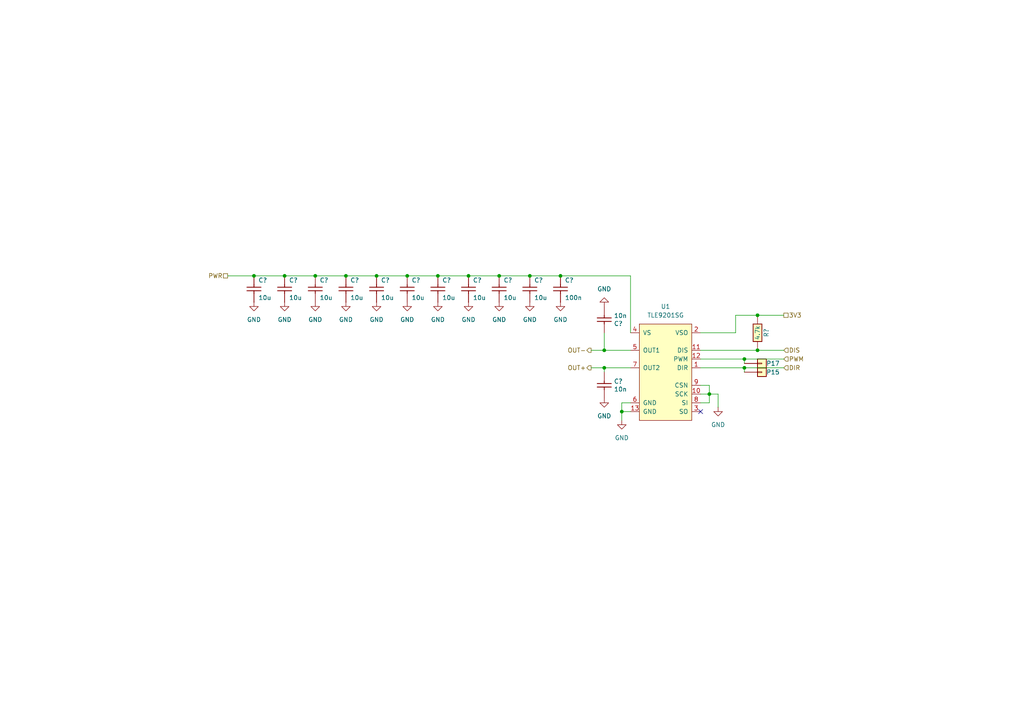
<source format=kicad_sch>
(kicad_sch (version 20231120) (generator "eeschema") (generator_version "8.0")
  (paper "A4")
  (title_block (title "UAEFI") (date "2024-08-15") (rev "D") (company "rusEFI.com"))
  (lib_symbols
    (symbol "GND_2" (power) (pin_numbers hide) (pin_names (offset 0) hide)
      (property "Value" "GND" (at 0 -3.81 0))
      (symbol "GND_2_0_1"
        (polyline (pts (xy 0 0) (xy 0 -1.27) (xy 1.27 -1.27) (xy 0 -2.54) (xy -1.27 -1.27) (xy 0 -1.27)))
      )
      (symbol "GND_2_1_1"
        (pin power_in line (at 0 0 270) (length 0) (name "~") (number "1"))
      )
    )
    (symbol "chips:TLE9201SG" (pin_names (offset 1.016))
      (property "Reference" "U" (at -1.27 3.81 0))
      (property "Value" "TLE9201SG" (at 2.54 1.27 0))
      (symbol "TLE9201SG_0_1"
        (rectangle (start -2.54 0) (end 12.7 -27.94) (fill (type background)))
      )
      (symbol "TLE9201SG_1_1"
        (pin passive line (at -5.08 -12.7 0) (length 2.54) (name "DIR") (number "1"))
        (pin passive line (at -5.08 -20.32 0) (length 2.54) (name "SCK") (number "10"))
        (pin passive line (at -5.08 -7.62 0) (length 2.54) (name "DIS") (number "11"))
        (pin passive line (at -5.08 -10.16 0) (length 2.54) (name "PWM") (number "12"))
        (pin passive line (at 15.24 -25.4 180) (length 2.54) (name "GND") (number "13"))
        (pin passive line (at -5.08 -2.54 0) (length 2.54) (name "VSO") (number "2"))
        (pin passive line (at -5.08 -25.4 0) (length 2.54) (name "SO") (number "3"))
        (pin passive line (at 15.24 -2.54 180) (length 2.54) (name "VS") (number "4"))
        (pin passive line (at 15.24 -7.62 180) (length 2.54) (name "OUT1") (number "5"))
        (pin passive line (at 15.24 -22.86 180) (length 2.54) (name "GND") (number "6"))
        (pin passive line (at 15.24 -12.7 180) (length 2.54) (name "OUT2") (number "7"))
        (pin passive line (at -5.08 -22.86 0) (length 2.54) (name "SI") (number "8"))
        (pin passive line (at -5.08 -17.78 0) (length 2.54) (name "CSN") (number "9"))
      )
    )
    (symbol "hellen-one-common:Cap" (pin_numbers hide)
      (property "Reference" "C" (at -3.81 2.54 0))
      (property "Value" "Cap" (at -2.54 -1.27 0))
      (symbol "Cap_1_0"
        (polyline (pts (xy -1.27 0) (xy -0.508 0)) (stroke (width 0.254)))
        (polyline (pts (xy -0.508 -2.032) (xy -0.508 2.032)) (stroke (width 0.254)))
        (polyline (pts (xy 0.508 2.032) (xy 0.508 -2.032)) (stroke (width 0.254)))
        (polyline (pts (xy 1.27 0) (xy 0.508 0)) (stroke (width 0.254)))
        (pin passive line (at -3.81 0 0) (length 2.54) (name "") (number "1"))
        (pin passive line (at 3.81 0 180) (length 2.54) (name "") (number "2"))
      )
    )
    (symbol "hellen-one-common:Pad" (pin_numbers hide) (pin_names (offset 1.016) hide)
      (property "Reference" "P" (at 2.54 0 0))
      (symbol "Pad_1_1"
        (rectangle (start -1.27 0.127) (end 0 -0.127) (stroke (width 0.1524)))
        (rectangle (start -1.27 1.27) (end 1.27 -1.27) (stroke (width 0.254)) (fill (type background)))
        (pin passive line (at -5.08 0 0) (length 3.81) (name "Pin_1") (number "1"))
      )
    )
    (symbol "hellen-one-common:Res" (pin_numbers hide)
      (property "Reference" "R" (at 3.81 2.54 0))
      (property "Value" "Res" (at 5.08 -2.54 0))
      (symbol "Res_1_0"
        (rectangle (start 2.54 -1.27) (end 7.62 1.27) (stroke (width 0.254)) (fill (type background)))
        (pin passive line (at 0 0 0) (length 2.54) (name "") (number "1"))
        (pin passive line (at 10.16 0 180) (length 2.54) (name "") (number "2"))
      )
    )
  )
  (junction (at 144.78 80.01))
  (junction (at 91.44 80.01))
  (junction (at 219.71 91.44))
  (junction (at 127 80.01))
  (junction (at 135.89 80.01))
  (junction (at 215.9 106.68))
  (junction (at 215.9 104.14))
  (junction (at 175.26 101.6))
  (junction (at 175.26 106.68))
  (junction (at 109.22 80.01))
  (junction (at 219.71 101.6))
  (junction (at 205.74 114.3))
  (junction (at 118.11 80.01))
  (junction (at 162.56 80.01))
  (junction (at 73.66 80.01))
  (junction (at 153.67 80.01))
  (junction (at 82.55 80.01))
  (junction (at 100.33 80.01))
  (junction (at 180.34 119.38))
  (no_connect (at 203.2 119.38))
  (wire (pts (xy 175.26 101.6) (xy 171.45 101.6)))
  (wire (pts (xy 203.2 111.76) (xy 205.74 111.76)))
  (wire (pts (xy 203.2 96.52) (xy 213.36 96.52)))
  (wire (pts (xy 205.74 116.84) (xy 205.74 114.3)))
  (wire (pts (xy 203.2 106.68) (xy 215.9 106.68)))
  (wire (pts (xy 153.67 80.01) (xy 162.56 80.01)))
  (wire (pts (xy 215.9 104.14) (xy 215.9 105.41)))
  (wire (pts (xy 203.2 101.6) (xy 219.71 101.6)))
  (wire (pts (xy 127 80.01) (xy 135.89 80.01)))
  (wire (pts (xy 180.34 119.38) (xy 182.88 119.38)))
  (wire (pts (xy 205.74 111.76) (xy 205.74 114.3)))
  (wire (pts (xy 203.2 104.14) (xy 215.9 104.14)))
  (wire (pts (xy 91.44 80.01) (xy 100.33 80.01)))
  (wire (pts (xy 203.2 116.84) (xy 205.74 116.84)))
  (wire (pts (xy 215.9 104.14) (xy 227.33 104.14)))
  (wire (pts (xy 180.34 116.84) (xy 182.88 116.84)))
  (wire (pts (xy 215.9 106.68) (xy 227.33 106.68)))
  (wire (pts (xy 180.34 119.38) (xy 180.34 116.84)))
  (wire (pts (xy 175.26 106.68) (xy 182.88 106.68)))
  (wire (pts (xy 208.28 118.11) (xy 208.28 114.3)))
  (wire (pts (xy 171.45 106.68) (xy 175.26 106.68)))
  (wire (pts (xy 182.88 101.6) (xy 175.26 101.6)))
  (wire (pts (xy 219.71 91.44) (xy 227.33 91.44)))
  (wire (pts (xy 144.78 80.01) (xy 153.67 80.01)))
  (wire (pts (xy 213.36 96.52) (xy 213.36 91.44)))
  (wire (pts (xy 203.2 114.3) (xy 205.74 114.3)))
  (wire (pts (xy 82.55 80.01) (xy 91.44 80.01)))
  (wire (pts (xy 109.22 80.01) (xy 118.11 80.01)))
  (wire (pts (xy 73.66 80.01) (xy 82.55 80.01)))
  (wire (pts (xy 118.11 80.01) (xy 127 80.01)))
  (wire (pts (xy 175.26 101.6) (xy 175.26 96.52)))
  (wire (pts (xy 180.34 121.92) (xy 180.34 119.38)))
  (wire (pts (xy 175.26 106.68) (xy 175.26 107.95)))
  (wire (pts (xy 135.89 80.01) (xy 144.78 80.01)))
  (wire (pts (xy 213.36 91.44) (xy 219.71 91.44)))
  (wire (pts (xy 66.04 80.01) (xy 73.66 80.01)))
  (wire (pts (xy 205.74 114.3) (xy 208.28 114.3)))
  (wire (pts (xy 219.71 101.6) (xy 227.33 101.6)))
  (wire (pts (xy 162.56 80.01) (xy 182.88 80.01)))
  (wire (pts (xy 182.88 80.01) (xy 182.88 96.52)))
  (wire (pts (xy 215.9 106.68) (xy 215.9 107.95)))
  (wire (pts (xy 100.33 80.01) (xy 109.22 80.01)))
  (hierarchical_label "3V3" (shape passive) (at 227.33 91.44 0))
  (hierarchical_label "OUT-" (shape output) (at 171.45 101.6 180))
  (hierarchical_label "DIS" (shape input) (at 227.33 101.6 0))
  (hierarchical_label "DIR" (shape input) (at 227.33 106.68 0))
  (hierarchical_label "PWM" (shape input) (at 227.33 104.14 0))
  (hierarchical_label "PWR" (shape passive) (at 66.04 80.01 180) (property "Netclass" "DC_Driver_PWR" (effects (hide yes))))
  (hierarchical_label "OUT+" (shape output) (at 171.45 106.68 180))
  (symbol (lib_id "hellen-one-common:Cap") (at 144.78 83.82 90) (unit 1)
    (property "Reference" "C?" (at 146.05 81.28 90) (effects (justify right)))
    (property "Value" "10u" (at 146.05 86.36 90) (effects (justify right)))
    (property "Footprint" "hellen-one-common:C0805" (effects (hide yes)))
    (property "LCSC" "C15850" (effects (hide yes)))
    (instances (project "hellen-112-17" (path "" (reference "C?") (unit 1))) (project "uaefi" (path "" (reference "C9") (unit 1)) (path "" (reference "C22") (unit 1))))
  )
  (symbol (lib_name "GND_2") (lib_id "power:GND") (at 208.28 118.11 0) (unit 1)
    (property "Reference" "#PWR079" (effects (hide yes)))
    (property "Value" "GND" (at 208.28 123.19 0))
    (property "Description" "Power symbol creates a global label with name \"GND\" , ground" (effects (hide yes)))
    (instances (project "MST-01A" (path "" (reference "#PWR079") (unit 1)) (path "" (reference "#PWR0130") (unit 1))))
  )
  (symbol (lib_name "GND_2") (lib_id "power:GND") (at 91.44 87.63 0) (unit 1)
    (property "Reference" "#PWR042" (effects (hide yes)))
    (property "Value" "GND" (at 91.44 92.71 0))
    (property "Description" "Power symbol creates a global label with name \"GND\" , ground" (effects (hide yes)))
    (instances (project "MST-01A" (path "" (reference "#PWR042") (unit 1)) (path "" (reference "#PWR0124") (unit 1))))
  )
  (symbol (lib_name "GND_2") (lib_id "power:GND") (at 162.56 87.63 0) (unit 1)
    (property "Reference" "#PWR065" (effects (hide yes)))
    (property "Value" "GND" (at 162.56 92.71 0))
    (property "Description" "Power symbol creates a global label with name \"GND\" , ground" (effects (hide yes)))
    (instances (project "MST-01A" (path "" (reference "#PWR065") (unit 1)) (path "" (reference "#PWR0134") (unit 1))))
  )
  (symbol (lib_name "GND_2") (lib_id "power:GND") (at 109.22 87.63 0) (unit 1)
    (property "Reference" "#PWR053" (effects (hide yes)))
    (property "Value" "GND" (at 109.22 92.71 0))
    (property "Description" "Power symbol creates a global label with name \"GND\" , ground" (effects (hide yes)))
    (instances (project "MST-01A" (path "" (reference "#PWR053") (unit 1)) (path "" (reference "#PWR0122") (unit 1))))
  )
  (symbol (lib_id "hellen-one-common:Cap") (at 118.11 83.82 90) (unit 1)
    (property "Reference" "C?" (at 119.38 81.28 90) (effects (justify right)))
    (property "Value" "10u" (at 119.38 86.36 90) (effects (justify right)))
    (property "Footprint" "hellen-one-common:C0805" (effects (hide yes)))
    (property "LCSC" "C15850" (effects (hide yes)))
    (instances (project "hellen-112-17" (path "" (reference "C?") (unit 1))) (project "uaefi" (path "" (reference "C6") (unit 1)) (path "" (reference "C19") (unit 1))))
  )
  (symbol (lib_name "GND_2") (lib_id "power:GND") (at 144.78 87.63 0) (unit 1)
    (property "Reference" "#PWR061" (effects (hide yes)))
    (property "Value" "GND" (at 144.78 92.71 0))
    (property "Description" "Power symbol creates a global label with name \"GND\" , ground" (effects (hide yes)))
    (instances (project "MST-01A" (path "" (reference "#PWR061") (unit 1)) (path "" (reference "#PWR0127") (unit 1))))
  )
  (symbol (lib_id "hellen-one-common:Cap") (at 109.22 83.82 90) (unit 1)
    (property "Reference" "C?" (at 110.49 81.28 90) (effects (justify right)))
    (property "Value" "10u" (at 110.49 86.36 90) (effects (justify right)))
    (property "Footprint" "hellen-one-common:C0805" (effects (hide yes)))
    (property "LCSC" "C15850" (effects (hide yes)))
    (instances (project "hellen-112-17" (path "" (reference "C?") (unit 1))) (project "uaefi" (path "" (reference "C5") (unit 1)) (path "" (reference "C18") (unit 1))))
  )
  (symbol (lib_name "GND_2") (lib_id "power:GND") (at 135.89 87.63 0) (unit 1)
    (property "Reference" "#PWR059" (effects (hide yes)))
    (property "Value" "GND" (at 135.89 92.71 0))
    (property "Description" "Power symbol creates a global label with name \"GND\" , ground" (effects (hide yes)))
    (instances (project "MST-01A" (path "" (reference "#PWR059") (unit 1)) (path "" (reference "#PWR0128") (unit 1))))
  )
  (symbol (lib_id "chips:TLE9201SG") (at 198.12 93.98 0) (mirror y) (unit 1)
    (property "Reference" "U1" (at 193.04 88.9 0))
    (property "Value" "TLE9201SG" (at 193.04 91.44 0))
    (property "Footprint" "Package_SO:Infineon_PG-DSO-12-11" (effects (hide yes)))
    (property "LCSC" "C2653438" (effects (hide yes)))
    (instances (project "" (path "" (reference "U1") (unit 1)) (path "" (reference "U2") (unit 1))))
  )
  (symbol (lib_id "hellen-one-common:Res") (at 219.71 101.6 90) (unit 1)
    (property "Reference" "R?" (at 222.25 96.52 0))
    (property "Value" "4.7k" (at 219.71 96.52 0))
    (property "Footprint" "hellen-one-common:R0603" (effects (hide yes)))
    (property "LCSC" "C23162" (effects (hide yes)))
    (instances (project "hellen-112-17" (path "" (reference "R?") (unit 1)) (path "" (reference "R?") (unit 1))) (project "uaefi" (path "" (reference "R9") (unit 1)) (path "" (reference "R14") (unit 1))))
  )
  (symbol (lib_id "hellen-one-common:Cap") (at 91.44 83.82 90) (unit 1)
    (property "Reference" "C?" (at 92.71 81.28 90) (effects (justify right)))
    (property "Value" "10u" (at 92.71 86.36 90) (effects (justify right)))
    (property "Footprint" "hellen-one-common:C0805" (effects (hide yes)))
    (property "LCSC" "C15850" (effects (hide yes)))
    (instances (project "hellen-112-17" (path "" (reference "C?") (unit 1))) (project "uaefi" (path "" (reference "C3") (unit 1)) (path "" (reference "C16") (unit 1))))
  )
  (symbol (lib_name "GND_2") (lib_id "power:GND") (at 82.55 87.63 0) (unit 1)
    (property "Reference" "#PWR09" (effects (hide yes)))
    (property "Value" "GND" (at 82.55 92.71 0))
    (property "Description" "Power symbol creates a global label with name \"GND\" , ground" (effects (hide yes)))
    (instances (project "MST-01A" (path "" (reference "#PWR09") (unit 1)) (path "" (reference "#PWR0123") (unit 1))))
  )
  (symbol (lib_name "GND_2") (lib_id "power:GND") (at 175.26 88.9 180) (unit 1)
    (property "Reference" "#PWR081" (effects (hide yes)))
    (property "Value" "GND" (at 175.26 83.82 0))
    (property "Description" "Power symbol creates a global label with name \"GND\" , ground" (effects (hide yes)))
    (instances (project "MST-01A" (path "" (reference "#PWR081") (unit 1)) (path "" (reference "#PWR0133") (unit 1))))
  )
  (symbol (lib_name "GND_2") (lib_id "power:GND") (at 175.26 115.57 0) (unit 1)
    (property "Reference" "#PWR075" (effects (hide yes)))
    (property "Value" "GND" (at 175.26 120.65 0))
    (property "Description" "Power symbol creates a global label with name \"GND\" , ground" (effects (hide yes)))
    (instances (project "MST-01A" (path "" (reference "#PWR075") (unit 1)) (path "" (reference "#PWR0131") (unit 1))))
  )
  (symbol (lib_id "hellen-one-common:Cap") (at 100.33 83.82 90) (unit 1)
    (property "Reference" "C?" (at 101.6 81.28 90) (effects (justify right)))
    (property "Value" "10u" (at 101.6 86.36 90) (effects (justify right)))
    (property "Footprint" "hellen-one-common:C0805" (effects (hide yes)))
    (property "LCSC" "C15850" (effects (hide yes)))
    (instances (project "hellen-112-17" (path "" (reference "C?") (unit 1))) (project "uaefi" (path "" (reference "C4") (unit 1)) (path "" (reference "C17") (unit 1))))
  )
  (symbol (lib_id "hellen-one-common:Cap") (at 73.66 83.82 90) (unit 1)
    (property "Reference" "C?" (at 74.93 81.28 90) (effects (justify right)))
    (property "Value" "10u" (at 74.93 86.36 90) (effects (justify right)))
    (property "Footprint" "hellen-one-common:C0805" (effects (hide yes)))
    (property "LCSC" "C15850" (effects (hide yes)))
    (instances (project "hellen-112-17" (path "" (reference "C?") (unit 1))) (project "uaefi" (path "" (reference "C1") (unit 1)) (path "" (reference "C14") (unit 1))))
  )
  (symbol (lib_id "hellen-one-common:Cap") (at 162.56 83.82 90) (unit 1)
    (property "Reference" "C?" (at 163.83 81.28 90) (effects (justify right)))
    (property "Value" "100n" (at 163.83 86.36 90) (effects (justify right)))
    (property "Footprint" "hellen-one-common:C0603" (effects (hide yes)))
    (property "LCSC" "C14663" (effects (hide yes)))
    (instances (project "hellen-112-17" (path "" (reference "C?") (unit 1))) (project "uaefi" (path "" (reference "C11") (unit 1)) (path "" (reference "C24") (unit 1))))
  )
  (symbol (lib_id "hellen-one-common:Cap") (at 153.67 83.82 90) (unit 1)
    (property "Reference" "C?" (at 154.94 81.28 90) (effects (justify right)))
    (property "Value" "10u" (at 154.94 86.36 90) (effects (justify right)))
    (property "Footprint" "hellen-one-common:C0805" (effects (hide yes)))
    (property "LCSC" "C15850" (effects (hide yes)))
    (instances (project "hellen-112-17" (path "" (reference "C?") (unit 1))) (project "uaefi" (path "" (reference "C10") (unit 1)) (path "" (reference "C23") (unit 1))))
  )
  (symbol (lib_id "hellen-one-common:Cap") (at 135.89 83.82 90) (unit 1)
    (property "Reference" "C?" (at 137.16 81.28 90) (effects (justify right)))
    (property "Value" "10u" (at 137.16 86.36 90) (effects (justify right)))
    (property "Footprint" "hellen-one-common:C0805" (effects (hide yes)))
    (property "LCSC" "C15850" (effects (hide yes)))
    (instances (project "hellen-112-17" (path "" (reference "C?") (unit 1))) (project "uaefi" (path "" (reference "C8") (unit 1)) (path "" (reference "C21") (unit 1))))
  )
  (symbol (lib_name "GND_2") (lib_id "power:GND") (at 100.33 87.63 0) (unit 1)
    (property "Reference" "#PWR050" (effects (hide yes)))
    (property "Value" "GND" (at 100.33 92.71 0))
    (property "Description" "Power symbol creates a global label with name \"GND\" , ground" (effects (hide yes)))
    (instances (project "MST-01A" (path "" (reference "#PWR050") (unit 1)) (path "" (reference "#PWR0118") (unit 1))))
  )
  (symbol (lib_name "GND_2") (lib_id "power:GND") (at 73.66 87.63 0) (unit 1)
    (property "Reference" "#PWR01" (effects (hide yes)))
    (property "Value" "GND" (at 73.66 92.71 0))
    (property "Description" "Power symbol creates a global label with name \"GND\" , ground" (effects (hide yes)))
    (instances (project "MST-01A" (path "" (reference "#PWR01") (unit 1)) (path "" (reference "#PWR0129") (unit 1))))
  )
  (symbol (lib_id "hellen-one-common:Pad") (at 220.98 107.95 0) (unit 1)
    (property "Reference" "P15" (at 222.25 107.95 0) (effects (justify left)))
    (property "Value" "Pad" (effects (hide yes)))
    (property "Footprint" "Impronte-mie:PAD-TH-senza-serigrafia" (effects (hide yes)))
    (instances (project "uaefi" (path "" (reference "P15") (unit 1)) (path "" (reference "P16") (unit 1))))
  )
  (symbol (lib_name "GND_2") (lib_id "power:GND") (at 118.11 87.63 0) (unit 1)
    (property "Reference" "#PWR055" (effects (hide yes)))
    (property "Value" "GND" (at 118.11 92.71 0))
    (property "Description" "Power symbol creates a global label with name \"GND\" , ground" (effects (hide yes)))
    (instances (project "MST-01A" (path "" (reference "#PWR055") (unit 1)) (path "" (reference "#PWR0125") (unit 1))))
  )
  (symbol (lib_name "GND_2") (lib_id "power:GND") (at 180.34 121.92 0) (unit 1)
    (property "Reference" "#PWR077" (effects (hide yes)))
    (property "Value" "GND" (at 180.34 127 0))
    (property "Description" "Power symbol creates a global label with name \"GND\" , ground" (effects (hide yes)))
    (instances (project "MST-01A" (path "" (reference "#PWR077") (unit 1)) (path "" (reference "#PWR0132") (unit 1))))
  )
  (symbol (lib_id "hellen-one-common:Cap") (at 127 83.82 90) (unit 1)
    (property "Reference" "C?" (at 128.27 81.28 90) (effects (justify right)))
    (property "Value" "10u" (at 128.27 86.36 90) (effects (justify right)))
    (property "Footprint" "hellen-one-common:C0805" (effects (hide yes)))
    (property "LCSC" "C15850" (effects (hide yes)))
    (instances (project "hellen-112-17" (path "" (reference "C?") (unit 1))) (project "uaefi" (path "" (reference "C7") (unit 1)) (path "" (reference "C20") (unit 1))))
  )
  (symbol (lib_name "GND_2") (lib_id "power:GND") (at 153.67 87.63 0) (unit 1)
    (property "Reference" "#PWR063" (effects (hide yes)))
    (property "Value" "GND" (at 153.67 92.71 0))
    (property "Description" "Power symbol creates a global label with name \"GND\" , ground" (effects (hide yes)))
    (instances (project "MST-01A" (path "" (reference "#PWR063") (unit 1)) (path "" (reference "#PWR0135") (unit 1))))
  )
  (symbol (lib_name "GND_2") (lib_id "power:GND") (at 127 87.63 0) (unit 1)
    (property "Reference" "#PWR057" (effects (hide yes)))
    (property "Value" "GND" (at 127 92.71 0))
    (property "Description" "Power symbol creates a global label with name \"GND\" , ground" (effects (hide yes)))
    (instances (project "MST-01A" (path "" (reference "#PWR057") (unit 1)) (path "" (reference "#PWR0126") (unit 1))))
  )
  (symbol (lib_id "hellen-one-common:Cap") (at 82.55 83.82 90) (unit 1)
    (property "Reference" "C?" (at 83.82 81.28 90) (effects (justify right)))
    (property "Value" "10u" (at 83.82 86.36 90) (effects (justify right)))
    (property "Footprint" "hellen-one-common:C0805" (effects (hide yes)))
    (property "LCSC" "C15850" (effects (hide yes)))
    (instances (project "hellen-112-17" (path "" (reference "C?") (unit 1))) (project "uaefi" (path "" (reference "C2") (unit 1)) (path "" (reference "C15") (unit 1))))
  )
  (symbol (lib_id "hellen-one-common:Cap") (at 175.26 92.71 90) (mirror x) (unit 1)
    (property "Reference" "C?" (at 178.0541 93.8594 90) (effects (justify right)))
    (property "Value" "10n" (at 178.0541 91.5607 90) (effects (justify right)))
    (property "Footprint" "hellen-one-common:C0603" (effects (hide yes)))
    (property "LCSC" "C57112" (effects (hide yes)))
    (instances (project "hellen-112-17" (path "" (reference "C?") (unit 1)) (path "" (reference "C?") (unit 1))) (project "uaefi" (path "" (reference "C12") (unit 1)) (path "" (reference "C25") (unit 1))))
  )
  (symbol (lib_id "hellen-one-common:Cap") (at 175.26 111.76 90) (unit 1)
    (property "Reference" "C?" (at 178.0541 110.6106 90) (effects (justify right)))
    (property "Value" "10n" (at 178.0541 112.9093 90) (effects (justify right)))
    (property "Footprint" "hellen-one-common:C0603" (effects (hide yes)))
    (property "LCSC" "C57112" (effects (hide yes)))
    (instances (project "hellen-112-17" (path "" (reference "C?") (unit 1)) (path "" (reference "C?") (unit 1))) (project "uaefi" (path "" (reference "C13") (unit 1)) (path "" (reference "C26") (unit 1))))
  )
  (symbol (lib_id "hellen-one-common:Pad") (at 220.98 105.41 0) (unit 1)
    (property "Reference" "P17" (at 222.25 105.41 0) (effects (justify left)))
    (property "Value" "Pad" (effects (hide yes)))
    (property "Footprint" "Impronte-mie:PAD-TH-senza-serigrafia" (effects (hide yes)))
    (instances (project "uaefi" (path "" (reference "P17") (unit 1)) (path "" (reference "P18") (unit 1))))
  )
)
</source>
